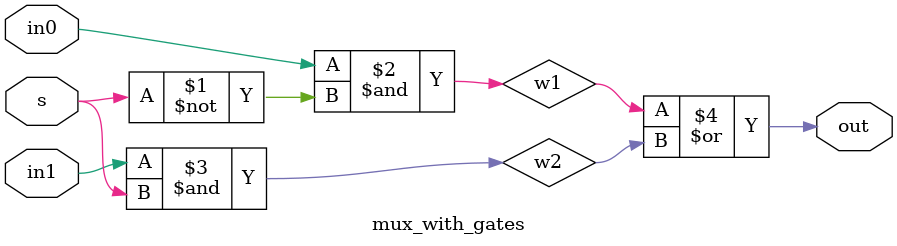
<source format=v>
module mux_with_gates(
    input in0,in1,s,
    output out
);
wire w1,w2;
and g1(w1,in0,~s);
and g2(w2,in1,s);
or g3(out,w1,w2);
endmodule

</source>
